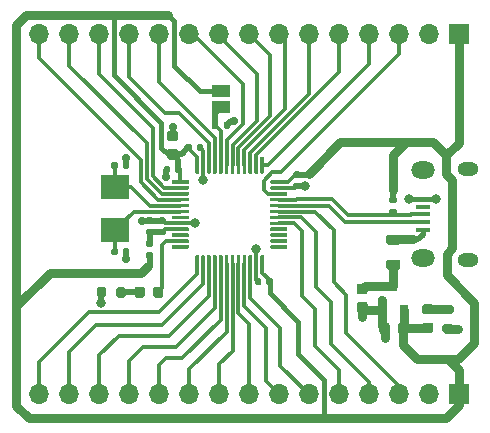
<source format=gbr>
%TF.GenerationSoftware,KiCad,Pcbnew,(5.1.7)-1*%
%TF.CreationDate,2020-11-21T17:56:59+01:00*%
%TF.ProjectId,SimpleTM32,53696d70-6c65-4544-9d33-322e6b696361,rev?*%
%TF.SameCoordinates,Original*%
%TF.FileFunction,Copper,L1,Top*%
%TF.FilePolarity,Positive*%
%FSLAX46Y46*%
G04 Gerber Fmt 4.6, Leading zero omitted, Abs format (unit mm)*
G04 Created by KiCad (PCBNEW (5.1.7)-1) date 2020-11-21 17:56:59*
%MOMM*%
%LPD*%
G01*
G04 APERTURE LIST*
%TA.AperFunction,SMDPad,CuDef*%
%ADD10R,2.400000X2.000000*%
%TD*%
%TA.AperFunction,SMDPad,CuDef*%
%ADD11R,0.800000X0.900000*%
%TD*%
%TA.AperFunction,SMDPad,CuDef*%
%ADD12R,1.500000X1.000000*%
%TD*%
%TA.AperFunction,ComponentPad*%
%ADD13O,1.700000X1.700000*%
%TD*%
%TA.AperFunction,ComponentPad*%
%ADD14R,1.700000X1.700000*%
%TD*%
%TA.AperFunction,ComponentPad*%
%ADD15O,1.800000X1.150000*%
%TD*%
%TA.AperFunction,ComponentPad*%
%ADD16O,2.000000X1.450000*%
%TD*%
%TA.AperFunction,SMDPad,CuDef*%
%ADD17R,1.300000X0.450000*%
%TD*%
%TA.AperFunction,ViaPad*%
%ADD18C,0.800000*%
%TD*%
%TA.AperFunction,ViaPad*%
%ADD19C,0.700000*%
%TD*%
%TA.AperFunction,Conductor*%
%ADD20C,0.300000*%
%TD*%
%TA.AperFunction,Conductor*%
%ADD21C,0.750000*%
%TD*%
%TA.AperFunction,Conductor*%
%ADD22C,0.500000*%
%TD*%
%TA.AperFunction,Conductor*%
%ADD23C,0.400000*%
%TD*%
G04 APERTURE END LIST*
%TO.P,U2,48*%
%TO.N,+3V3*%
%TA.AperFunction,SMDPad,CuDef*%
G36*
G01*
X69100000Y-42220000D02*
X69100000Y-40895000D01*
G75*
G02*
X69175000Y-40820000I75000J0D01*
G01*
X69325000Y-40820000D01*
G75*
G02*
X69400000Y-40895000I0J-75000D01*
G01*
X69400000Y-42220000D01*
G75*
G02*
X69325000Y-42295000I-75000J0D01*
G01*
X69175000Y-42295000D01*
G75*
G02*
X69100000Y-42220000I0J75000D01*
G01*
G37*
%TD.AperFunction*%
%TO.P,U2,47*%
%TO.N,GND*%
%TA.AperFunction,SMDPad,CuDef*%
G36*
G01*
X69600000Y-42220000D02*
X69600000Y-40895000D01*
G75*
G02*
X69675000Y-40820000I75000J0D01*
G01*
X69825000Y-40820000D01*
G75*
G02*
X69900000Y-40895000I0J-75000D01*
G01*
X69900000Y-42220000D01*
G75*
G02*
X69825000Y-42295000I-75000J0D01*
G01*
X69675000Y-42295000D01*
G75*
G02*
X69600000Y-42220000I0J75000D01*
G01*
G37*
%TD.AperFunction*%
%TO.P,U2,46*%
%TO.N,PB9*%
%TA.AperFunction,SMDPad,CuDef*%
G36*
G01*
X70100000Y-42220000D02*
X70100000Y-40895000D01*
G75*
G02*
X70175000Y-40820000I75000J0D01*
G01*
X70325000Y-40820000D01*
G75*
G02*
X70400000Y-40895000I0J-75000D01*
G01*
X70400000Y-42220000D01*
G75*
G02*
X70325000Y-42295000I-75000J0D01*
G01*
X70175000Y-42295000D01*
G75*
G02*
X70100000Y-42220000I0J75000D01*
G01*
G37*
%TD.AperFunction*%
%TO.P,U2,45*%
%TO.N,PB8*%
%TA.AperFunction,SMDPad,CuDef*%
G36*
G01*
X70600000Y-42220000D02*
X70600000Y-40895000D01*
G75*
G02*
X70675000Y-40820000I75000J0D01*
G01*
X70825000Y-40820000D01*
G75*
G02*
X70900000Y-40895000I0J-75000D01*
G01*
X70900000Y-42220000D01*
G75*
G02*
X70825000Y-42295000I-75000J0D01*
G01*
X70675000Y-42295000D01*
G75*
G02*
X70600000Y-42220000I0J75000D01*
G01*
G37*
%TD.AperFunction*%
%TO.P,U2,44*%
%TO.N,/BOOT0*%
%TA.AperFunction,SMDPad,CuDef*%
G36*
G01*
X71100000Y-42220000D02*
X71100000Y-40895000D01*
G75*
G02*
X71175000Y-40820000I75000J0D01*
G01*
X71325000Y-40820000D01*
G75*
G02*
X71400000Y-40895000I0J-75000D01*
G01*
X71400000Y-42220000D01*
G75*
G02*
X71325000Y-42295000I-75000J0D01*
G01*
X71175000Y-42295000D01*
G75*
G02*
X71100000Y-42220000I0J75000D01*
G01*
G37*
%TD.AperFunction*%
%TO.P,U2,43*%
%TO.N,PB7*%
%TA.AperFunction,SMDPad,CuDef*%
G36*
G01*
X71600000Y-42220000D02*
X71600000Y-40895000D01*
G75*
G02*
X71675000Y-40820000I75000J0D01*
G01*
X71825000Y-40820000D01*
G75*
G02*
X71900000Y-40895000I0J-75000D01*
G01*
X71900000Y-42220000D01*
G75*
G02*
X71825000Y-42295000I-75000J0D01*
G01*
X71675000Y-42295000D01*
G75*
G02*
X71600000Y-42220000I0J75000D01*
G01*
G37*
%TD.AperFunction*%
%TO.P,U2,42*%
%TO.N,PB6*%
%TA.AperFunction,SMDPad,CuDef*%
G36*
G01*
X72100000Y-42220000D02*
X72100000Y-40895000D01*
G75*
G02*
X72175000Y-40820000I75000J0D01*
G01*
X72325000Y-40820000D01*
G75*
G02*
X72400000Y-40895000I0J-75000D01*
G01*
X72400000Y-42220000D01*
G75*
G02*
X72325000Y-42295000I-75000J0D01*
G01*
X72175000Y-42295000D01*
G75*
G02*
X72100000Y-42220000I0J75000D01*
G01*
G37*
%TD.AperFunction*%
%TO.P,U2,41*%
%TO.N,PB5*%
%TA.AperFunction,SMDPad,CuDef*%
G36*
G01*
X72600000Y-42220000D02*
X72600000Y-40895000D01*
G75*
G02*
X72675000Y-40820000I75000J0D01*
G01*
X72825000Y-40820000D01*
G75*
G02*
X72900000Y-40895000I0J-75000D01*
G01*
X72900000Y-42220000D01*
G75*
G02*
X72825000Y-42295000I-75000J0D01*
G01*
X72675000Y-42295000D01*
G75*
G02*
X72600000Y-42220000I0J75000D01*
G01*
G37*
%TD.AperFunction*%
%TO.P,U2,40*%
%TO.N,PB4*%
%TA.AperFunction,SMDPad,CuDef*%
G36*
G01*
X73100000Y-42220000D02*
X73100000Y-40895000D01*
G75*
G02*
X73175000Y-40820000I75000J0D01*
G01*
X73325000Y-40820000D01*
G75*
G02*
X73400000Y-40895000I0J-75000D01*
G01*
X73400000Y-42220000D01*
G75*
G02*
X73325000Y-42295000I-75000J0D01*
G01*
X73175000Y-42295000D01*
G75*
G02*
X73100000Y-42220000I0J75000D01*
G01*
G37*
%TD.AperFunction*%
%TO.P,U2,39*%
%TO.N,SWO*%
%TA.AperFunction,SMDPad,CuDef*%
G36*
G01*
X73600000Y-42220000D02*
X73600000Y-40895000D01*
G75*
G02*
X73675000Y-40820000I75000J0D01*
G01*
X73825000Y-40820000D01*
G75*
G02*
X73900000Y-40895000I0J-75000D01*
G01*
X73900000Y-42220000D01*
G75*
G02*
X73825000Y-42295000I-75000J0D01*
G01*
X73675000Y-42295000D01*
G75*
G02*
X73600000Y-42220000I0J75000D01*
G01*
G37*
%TD.AperFunction*%
%TO.P,U2,38*%
%TO.N,PA15*%
%TA.AperFunction,SMDPad,CuDef*%
G36*
G01*
X74100000Y-42220000D02*
X74100000Y-40895000D01*
G75*
G02*
X74175000Y-40820000I75000J0D01*
G01*
X74325000Y-40820000D01*
G75*
G02*
X74400000Y-40895000I0J-75000D01*
G01*
X74400000Y-42220000D01*
G75*
G02*
X74325000Y-42295000I-75000J0D01*
G01*
X74175000Y-42295000D01*
G75*
G02*
X74100000Y-42220000I0J75000D01*
G01*
G37*
%TD.AperFunction*%
%TO.P,U2,37*%
%TO.N,SWCLK*%
%TA.AperFunction,SMDPad,CuDef*%
G36*
G01*
X74600000Y-42220000D02*
X74600000Y-40895000D01*
G75*
G02*
X74675000Y-40820000I75000J0D01*
G01*
X74825000Y-40820000D01*
G75*
G02*
X74900000Y-40895000I0J-75000D01*
G01*
X74900000Y-42220000D01*
G75*
G02*
X74825000Y-42295000I-75000J0D01*
G01*
X74675000Y-42295000D01*
G75*
G02*
X74600000Y-42220000I0J75000D01*
G01*
G37*
%TD.AperFunction*%
%TO.P,U2,36*%
%TO.N,+3V3*%
%TA.AperFunction,SMDPad,CuDef*%
G36*
G01*
X75425000Y-43045000D02*
X75425000Y-42895000D01*
G75*
G02*
X75500000Y-42820000I75000J0D01*
G01*
X76825000Y-42820000D01*
G75*
G02*
X76900000Y-42895000I0J-75000D01*
G01*
X76900000Y-43045000D01*
G75*
G02*
X76825000Y-43120000I-75000J0D01*
G01*
X75500000Y-43120000D01*
G75*
G02*
X75425000Y-43045000I0J75000D01*
G01*
G37*
%TD.AperFunction*%
%TO.P,U2,35*%
%TO.N,GND*%
%TA.AperFunction,SMDPad,CuDef*%
G36*
G01*
X75425000Y-43545000D02*
X75425000Y-43395000D01*
G75*
G02*
X75500000Y-43320000I75000J0D01*
G01*
X76825000Y-43320000D01*
G75*
G02*
X76900000Y-43395000I0J-75000D01*
G01*
X76900000Y-43545000D01*
G75*
G02*
X76825000Y-43620000I-75000J0D01*
G01*
X75500000Y-43620000D01*
G75*
G02*
X75425000Y-43545000I0J75000D01*
G01*
G37*
%TD.AperFunction*%
%TO.P,U2,34*%
%TO.N,SWDIO*%
%TA.AperFunction,SMDPad,CuDef*%
G36*
G01*
X75425000Y-44045000D02*
X75425000Y-43895000D01*
G75*
G02*
X75500000Y-43820000I75000J0D01*
G01*
X76825000Y-43820000D01*
G75*
G02*
X76900000Y-43895000I0J-75000D01*
G01*
X76900000Y-44045000D01*
G75*
G02*
X76825000Y-44120000I-75000J0D01*
G01*
X75500000Y-44120000D01*
G75*
G02*
X75425000Y-44045000I0J75000D01*
G01*
G37*
%TD.AperFunction*%
%TO.P,U2,33*%
%TO.N,USB_D+*%
%TA.AperFunction,SMDPad,CuDef*%
G36*
G01*
X75425000Y-44545000D02*
X75425000Y-44395000D01*
G75*
G02*
X75500000Y-44320000I75000J0D01*
G01*
X76825000Y-44320000D01*
G75*
G02*
X76900000Y-44395000I0J-75000D01*
G01*
X76900000Y-44545000D01*
G75*
G02*
X76825000Y-44620000I-75000J0D01*
G01*
X75500000Y-44620000D01*
G75*
G02*
X75425000Y-44545000I0J75000D01*
G01*
G37*
%TD.AperFunction*%
%TO.P,U2,32*%
%TO.N,USB_D-*%
%TA.AperFunction,SMDPad,CuDef*%
G36*
G01*
X75425000Y-45045000D02*
X75425000Y-44895000D01*
G75*
G02*
X75500000Y-44820000I75000J0D01*
G01*
X76825000Y-44820000D01*
G75*
G02*
X76900000Y-44895000I0J-75000D01*
G01*
X76900000Y-45045000D01*
G75*
G02*
X76825000Y-45120000I-75000J0D01*
G01*
X75500000Y-45120000D01*
G75*
G02*
X75425000Y-45045000I0J75000D01*
G01*
G37*
%TD.AperFunction*%
%TO.P,U2,31*%
%TO.N,PA10*%
%TA.AperFunction,SMDPad,CuDef*%
G36*
G01*
X75425000Y-45545000D02*
X75425000Y-45395000D01*
G75*
G02*
X75500000Y-45320000I75000J0D01*
G01*
X76825000Y-45320000D01*
G75*
G02*
X76900000Y-45395000I0J-75000D01*
G01*
X76900000Y-45545000D01*
G75*
G02*
X76825000Y-45620000I-75000J0D01*
G01*
X75500000Y-45620000D01*
G75*
G02*
X75425000Y-45545000I0J75000D01*
G01*
G37*
%TD.AperFunction*%
%TO.P,U2,30*%
%TO.N,PA9*%
%TA.AperFunction,SMDPad,CuDef*%
G36*
G01*
X75425000Y-46045000D02*
X75425000Y-45895000D01*
G75*
G02*
X75500000Y-45820000I75000J0D01*
G01*
X76825000Y-45820000D01*
G75*
G02*
X76900000Y-45895000I0J-75000D01*
G01*
X76900000Y-46045000D01*
G75*
G02*
X76825000Y-46120000I-75000J0D01*
G01*
X75500000Y-46120000D01*
G75*
G02*
X75425000Y-46045000I0J75000D01*
G01*
G37*
%TD.AperFunction*%
%TO.P,U2,29*%
%TO.N,PA8*%
%TA.AperFunction,SMDPad,CuDef*%
G36*
G01*
X75425000Y-46545000D02*
X75425000Y-46395000D01*
G75*
G02*
X75500000Y-46320000I75000J0D01*
G01*
X76825000Y-46320000D01*
G75*
G02*
X76900000Y-46395000I0J-75000D01*
G01*
X76900000Y-46545000D01*
G75*
G02*
X76825000Y-46620000I-75000J0D01*
G01*
X75500000Y-46620000D01*
G75*
G02*
X75425000Y-46545000I0J75000D01*
G01*
G37*
%TD.AperFunction*%
%TO.P,U2,28*%
%TO.N,N/C*%
%TA.AperFunction,SMDPad,CuDef*%
G36*
G01*
X75425000Y-47045000D02*
X75425000Y-46895000D01*
G75*
G02*
X75500000Y-46820000I75000J0D01*
G01*
X76825000Y-46820000D01*
G75*
G02*
X76900000Y-46895000I0J-75000D01*
G01*
X76900000Y-47045000D01*
G75*
G02*
X76825000Y-47120000I-75000J0D01*
G01*
X75500000Y-47120000D01*
G75*
G02*
X75425000Y-47045000I0J75000D01*
G01*
G37*
%TD.AperFunction*%
%TO.P,U2,27*%
%TA.AperFunction,SMDPad,CuDef*%
G36*
G01*
X75425000Y-47545000D02*
X75425000Y-47395000D01*
G75*
G02*
X75500000Y-47320000I75000J0D01*
G01*
X76825000Y-47320000D01*
G75*
G02*
X76900000Y-47395000I0J-75000D01*
G01*
X76900000Y-47545000D01*
G75*
G02*
X76825000Y-47620000I-75000J0D01*
G01*
X75500000Y-47620000D01*
G75*
G02*
X75425000Y-47545000I0J75000D01*
G01*
G37*
%TD.AperFunction*%
%TO.P,U2,26*%
%TA.AperFunction,SMDPad,CuDef*%
G36*
G01*
X75425000Y-48045000D02*
X75425000Y-47895000D01*
G75*
G02*
X75500000Y-47820000I75000J0D01*
G01*
X76825000Y-47820000D01*
G75*
G02*
X76900000Y-47895000I0J-75000D01*
G01*
X76900000Y-48045000D01*
G75*
G02*
X76825000Y-48120000I-75000J0D01*
G01*
X75500000Y-48120000D01*
G75*
G02*
X75425000Y-48045000I0J75000D01*
G01*
G37*
%TD.AperFunction*%
%TO.P,U2,25*%
%TA.AperFunction,SMDPad,CuDef*%
G36*
G01*
X75425000Y-48545000D02*
X75425000Y-48395000D01*
G75*
G02*
X75500000Y-48320000I75000J0D01*
G01*
X76825000Y-48320000D01*
G75*
G02*
X76900000Y-48395000I0J-75000D01*
G01*
X76900000Y-48545000D01*
G75*
G02*
X76825000Y-48620000I-75000J0D01*
G01*
X75500000Y-48620000D01*
G75*
G02*
X75425000Y-48545000I0J75000D01*
G01*
G37*
%TD.AperFunction*%
%TO.P,U2,24*%
%TO.N,+3V3*%
%TA.AperFunction,SMDPad,CuDef*%
G36*
G01*
X74600000Y-50545000D02*
X74600000Y-49220000D01*
G75*
G02*
X74675000Y-49145000I75000J0D01*
G01*
X74825000Y-49145000D01*
G75*
G02*
X74900000Y-49220000I0J-75000D01*
G01*
X74900000Y-50545000D01*
G75*
G02*
X74825000Y-50620000I-75000J0D01*
G01*
X74675000Y-50620000D01*
G75*
G02*
X74600000Y-50545000I0J75000D01*
G01*
G37*
%TD.AperFunction*%
%TO.P,U2,23*%
%TO.N,GND*%
%TA.AperFunction,SMDPad,CuDef*%
G36*
G01*
X74100000Y-50545000D02*
X74100000Y-49220000D01*
G75*
G02*
X74175000Y-49145000I75000J0D01*
G01*
X74325000Y-49145000D01*
G75*
G02*
X74400000Y-49220000I0J-75000D01*
G01*
X74400000Y-50545000D01*
G75*
G02*
X74325000Y-50620000I-75000J0D01*
G01*
X74175000Y-50620000D01*
G75*
G02*
X74100000Y-50545000I0J75000D01*
G01*
G37*
%TD.AperFunction*%
%TO.P,U2,22*%
%TO.N,PB11*%
%TA.AperFunction,SMDPad,CuDef*%
G36*
G01*
X73600000Y-50545000D02*
X73600000Y-49220000D01*
G75*
G02*
X73675000Y-49145000I75000J0D01*
G01*
X73825000Y-49145000D01*
G75*
G02*
X73900000Y-49220000I0J-75000D01*
G01*
X73900000Y-50545000D01*
G75*
G02*
X73825000Y-50620000I-75000J0D01*
G01*
X73675000Y-50620000D01*
G75*
G02*
X73600000Y-50545000I0J75000D01*
G01*
G37*
%TD.AperFunction*%
%TO.P,U2,21*%
%TO.N,PB10*%
%TA.AperFunction,SMDPad,CuDef*%
G36*
G01*
X73100000Y-50545000D02*
X73100000Y-49220000D01*
G75*
G02*
X73175000Y-49145000I75000J0D01*
G01*
X73325000Y-49145000D01*
G75*
G02*
X73400000Y-49220000I0J-75000D01*
G01*
X73400000Y-50545000D01*
G75*
G02*
X73325000Y-50620000I-75000J0D01*
G01*
X73175000Y-50620000D01*
G75*
G02*
X73100000Y-50545000I0J75000D01*
G01*
G37*
%TD.AperFunction*%
%TO.P,U2,20*%
%TO.N,PB2*%
%TA.AperFunction,SMDPad,CuDef*%
G36*
G01*
X72600000Y-50545000D02*
X72600000Y-49220000D01*
G75*
G02*
X72675000Y-49145000I75000J0D01*
G01*
X72825000Y-49145000D01*
G75*
G02*
X72900000Y-49220000I0J-75000D01*
G01*
X72900000Y-50545000D01*
G75*
G02*
X72825000Y-50620000I-75000J0D01*
G01*
X72675000Y-50620000D01*
G75*
G02*
X72600000Y-50545000I0J75000D01*
G01*
G37*
%TD.AperFunction*%
%TO.P,U2,19*%
%TO.N,PB1*%
%TA.AperFunction,SMDPad,CuDef*%
G36*
G01*
X72100000Y-50545000D02*
X72100000Y-49220000D01*
G75*
G02*
X72175000Y-49145000I75000J0D01*
G01*
X72325000Y-49145000D01*
G75*
G02*
X72400000Y-49220000I0J-75000D01*
G01*
X72400000Y-50545000D01*
G75*
G02*
X72325000Y-50620000I-75000J0D01*
G01*
X72175000Y-50620000D01*
G75*
G02*
X72100000Y-50545000I0J75000D01*
G01*
G37*
%TD.AperFunction*%
%TO.P,U2,18*%
%TO.N,PB0*%
%TA.AperFunction,SMDPad,CuDef*%
G36*
G01*
X71600000Y-50545000D02*
X71600000Y-49220000D01*
G75*
G02*
X71675000Y-49145000I75000J0D01*
G01*
X71825000Y-49145000D01*
G75*
G02*
X71900000Y-49220000I0J-75000D01*
G01*
X71900000Y-50545000D01*
G75*
G02*
X71825000Y-50620000I-75000J0D01*
G01*
X71675000Y-50620000D01*
G75*
G02*
X71600000Y-50545000I0J75000D01*
G01*
G37*
%TD.AperFunction*%
%TO.P,U2,17*%
%TO.N,PA7*%
%TA.AperFunction,SMDPad,CuDef*%
G36*
G01*
X71100000Y-50545000D02*
X71100000Y-49220000D01*
G75*
G02*
X71175000Y-49145000I75000J0D01*
G01*
X71325000Y-49145000D01*
G75*
G02*
X71400000Y-49220000I0J-75000D01*
G01*
X71400000Y-50545000D01*
G75*
G02*
X71325000Y-50620000I-75000J0D01*
G01*
X71175000Y-50620000D01*
G75*
G02*
X71100000Y-50545000I0J75000D01*
G01*
G37*
%TD.AperFunction*%
%TO.P,U2,16*%
%TO.N,PA6*%
%TA.AperFunction,SMDPad,CuDef*%
G36*
G01*
X70600000Y-50545000D02*
X70600000Y-49220000D01*
G75*
G02*
X70675000Y-49145000I75000J0D01*
G01*
X70825000Y-49145000D01*
G75*
G02*
X70900000Y-49220000I0J-75000D01*
G01*
X70900000Y-50545000D01*
G75*
G02*
X70825000Y-50620000I-75000J0D01*
G01*
X70675000Y-50620000D01*
G75*
G02*
X70600000Y-50545000I0J75000D01*
G01*
G37*
%TD.AperFunction*%
%TO.P,U2,15*%
%TO.N,PA5*%
%TA.AperFunction,SMDPad,CuDef*%
G36*
G01*
X70100000Y-50545000D02*
X70100000Y-49220000D01*
G75*
G02*
X70175000Y-49145000I75000J0D01*
G01*
X70325000Y-49145000D01*
G75*
G02*
X70400000Y-49220000I0J-75000D01*
G01*
X70400000Y-50545000D01*
G75*
G02*
X70325000Y-50620000I-75000J0D01*
G01*
X70175000Y-50620000D01*
G75*
G02*
X70100000Y-50545000I0J75000D01*
G01*
G37*
%TD.AperFunction*%
%TO.P,U2,14*%
%TO.N,PA4*%
%TA.AperFunction,SMDPad,CuDef*%
G36*
G01*
X69600000Y-50545000D02*
X69600000Y-49220000D01*
G75*
G02*
X69675000Y-49145000I75000J0D01*
G01*
X69825000Y-49145000D01*
G75*
G02*
X69900000Y-49220000I0J-75000D01*
G01*
X69900000Y-50545000D01*
G75*
G02*
X69825000Y-50620000I-75000J0D01*
G01*
X69675000Y-50620000D01*
G75*
G02*
X69600000Y-50545000I0J75000D01*
G01*
G37*
%TD.AperFunction*%
%TO.P,U2,13*%
%TO.N,PA3*%
%TA.AperFunction,SMDPad,CuDef*%
G36*
G01*
X69100000Y-50545000D02*
X69100000Y-49220000D01*
G75*
G02*
X69175000Y-49145000I75000J0D01*
G01*
X69325000Y-49145000D01*
G75*
G02*
X69400000Y-49220000I0J-75000D01*
G01*
X69400000Y-50545000D01*
G75*
G02*
X69325000Y-50620000I-75000J0D01*
G01*
X69175000Y-50620000D01*
G75*
G02*
X69100000Y-50545000I0J75000D01*
G01*
G37*
%TD.AperFunction*%
%TO.P,U2,12*%
%TO.N,N/C*%
%TA.AperFunction,SMDPad,CuDef*%
G36*
G01*
X67100000Y-48545000D02*
X67100000Y-48395000D01*
G75*
G02*
X67175000Y-48320000I75000J0D01*
G01*
X68500000Y-48320000D01*
G75*
G02*
X68575000Y-48395000I0J-75000D01*
G01*
X68575000Y-48545000D01*
G75*
G02*
X68500000Y-48620000I-75000J0D01*
G01*
X67175000Y-48620000D01*
G75*
G02*
X67100000Y-48545000I0J75000D01*
G01*
G37*
%TD.AperFunction*%
%TO.P,U2,11*%
%TO.N,/LED_STAT*%
%TA.AperFunction,SMDPad,CuDef*%
G36*
G01*
X67100000Y-48045000D02*
X67100000Y-47895000D01*
G75*
G02*
X67175000Y-47820000I75000J0D01*
G01*
X68500000Y-47820000D01*
G75*
G02*
X68575000Y-47895000I0J-75000D01*
G01*
X68575000Y-48045000D01*
G75*
G02*
X68500000Y-48120000I-75000J0D01*
G01*
X67175000Y-48120000D01*
G75*
G02*
X67100000Y-48045000I0J75000D01*
G01*
G37*
%TD.AperFunction*%
%TO.P,U2,10*%
%TO.N,N/C*%
%TA.AperFunction,SMDPad,CuDef*%
G36*
G01*
X67100000Y-47545000D02*
X67100000Y-47395000D01*
G75*
G02*
X67175000Y-47320000I75000J0D01*
G01*
X68500000Y-47320000D01*
G75*
G02*
X68575000Y-47395000I0J-75000D01*
G01*
X68575000Y-47545000D01*
G75*
G02*
X68500000Y-47620000I-75000J0D01*
G01*
X67175000Y-47620000D01*
G75*
G02*
X67100000Y-47545000I0J75000D01*
G01*
G37*
%TD.AperFunction*%
%TO.P,U2,9*%
%TO.N,+3.3VA*%
%TA.AperFunction,SMDPad,CuDef*%
G36*
G01*
X67100000Y-47045000D02*
X67100000Y-46895000D01*
G75*
G02*
X67175000Y-46820000I75000J0D01*
G01*
X68500000Y-46820000D01*
G75*
G02*
X68575000Y-46895000I0J-75000D01*
G01*
X68575000Y-47045000D01*
G75*
G02*
X68500000Y-47120000I-75000J0D01*
G01*
X67175000Y-47120000D01*
G75*
G02*
X67100000Y-47045000I0J75000D01*
G01*
G37*
%TD.AperFunction*%
%TO.P,U2,8*%
%TO.N,GND*%
%TA.AperFunction,SMDPad,CuDef*%
G36*
G01*
X67100000Y-46545000D02*
X67100000Y-46395000D01*
G75*
G02*
X67175000Y-46320000I75000J0D01*
G01*
X68500000Y-46320000D01*
G75*
G02*
X68575000Y-46395000I0J-75000D01*
G01*
X68575000Y-46545000D01*
G75*
G02*
X68500000Y-46620000I-75000J0D01*
G01*
X67175000Y-46620000D01*
G75*
G02*
X67100000Y-46545000I0J75000D01*
G01*
G37*
%TD.AperFunction*%
%TO.P,U2,7*%
%TO.N,N/C*%
%TA.AperFunction,SMDPad,CuDef*%
G36*
G01*
X67100000Y-46045000D02*
X67100000Y-45895000D01*
G75*
G02*
X67175000Y-45820000I75000J0D01*
G01*
X68500000Y-45820000D01*
G75*
G02*
X68575000Y-45895000I0J-75000D01*
G01*
X68575000Y-46045000D01*
G75*
G02*
X68500000Y-46120000I-75000J0D01*
G01*
X67175000Y-46120000D01*
G75*
G02*
X67100000Y-46045000I0J75000D01*
G01*
G37*
%TD.AperFunction*%
%TO.P,U2,6*%
%TO.N,/HSE_IN*%
%TA.AperFunction,SMDPad,CuDef*%
G36*
G01*
X67100000Y-45545000D02*
X67100000Y-45395000D01*
G75*
G02*
X67175000Y-45320000I75000J0D01*
G01*
X68500000Y-45320000D01*
G75*
G02*
X68575000Y-45395000I0J-75000D01*
G01*
X68575000Y-45545000D01*
G75*
G02*
X68500000Y-45620000I-75000J0D01*
G01*
X67175000Y-45620000D01*
G75*
G02*
X67100000Y-45545000I0J75000D01*
G01*
G37*
%TD.AperFunction*%
%TO.P,U2,5*%
%TO.N,/HSE_OUT*%
%TA.AperFunction,SMDPad,CuDef*%
G36*
G01*
X67100000Y-45045000D02*
X67100000Y-44895000D01*
G75*
G02*
X67175000Y-44820000I75000J0D01*
G01*
X68500000Y-44820000D01*
G75*
G02*
X68575000Y-44895000I0J-75000D01*
G01*
X68575000Y-45045000D01*
G75*
G02*
X68500000Y-45120000I-75000J0D01*
G01*
X67175000Y-45120000D01*
G75*
G02*
X67100000Y-45045000I0J75000D01*
G01*
G37*
%TD.AperFunction*%
%TO.P,U2,4*%
%TO.N,PC15*%
%TA.AperFunction,SMDPad,CuDef*%
G36*
G01*
X67100000Y-44545000D02*
X67100000Y-44395000D01*
G75*
G02*
X67175000Y-44320000I75000J0D01*
G01*
X68500000Y-44320000D01*
G75*
G02*
X68575000Y-44395000I0J-75000D01*
G01*
X68575000Y-44545000D01*
G75*
G02*
X68500000Y-44620000I-75000J0D01*
G01*
X67175000Y-44620000D01*
G75*
G02*
X67100000Y-44545000I0J75000D01*
G01*
G37*
%TD.AperFunction*%
%TO.P,U2,3*%
%TO.N,PC14*%
%TA.AperFunction,SMDPad,CuDef*%
G36*
G01*
X67100000Y-44045000D02*
X67100000Y-43895000D01*
G75*
G02*
X67175000Y-43820000I75000J0D01*
G01*
X68500000Y-43820000D01*
G75*
G02*
X68575000Y-43895000I0J-75000D01*
G01*
X68575000Y-44045000D01*
G75*
G02*
X68500000Y-44120000I-75000J0D01*
G01*
X67175000Y-44120000D01*
G75*
G02*
X67100000Y-44045000I0J75000D01*
G01*
G37*
%TD.AperFunction*%
%TO.P,U2,2*%
%TO.N,PC13*%
%TA.AperFunction,SMDPad,CuDef*%
G36*
G01*
X67100000Y-43545000D02*
X67100000Y-43395000D01*
G75*
G02*
X67175000Y-43320000I75000J0D01*
G01*
X68500000Y-43320000D01*
G75*
G02*
X68575000Y-43395000I0J-75000D01*
G01*
X68575000Y-43545000D01*
G75*
G02*
X68500000Y-43620000I-75000J0D01*
G01*
X67175000Y-43620000D01*
G75*
G02*
X67100000Y-43545000I0J75000D01*
G01*
G37*
%TD.AperFunction*%
%TO.P,U2,1*%
%TO.N,+3V3*%
%TA.AperFunction,SMDPad,CuDef*%
G36*
G01*
X67100000Y-43045000D02*
X67100000Y-42895000D01*
G75*
G02*
X67175000Y-42820000I75000J0D01*
G01*
X68500000Y-42820000D01*
G75*
G02*
X68575000Y-42895000I0J-75000D01*
G01*
X68575000Y-43045000D01*
G75*
G02*
X68500000Y-43120000I-75000J0D01*
G01*
X67175000Y-43120000D01*
G75*
G02*
X67100000Y-43045000I0J75000D01*
G01*
G37*
%TD.AperFunction*%
%TD*%
%TO.P,R4,2*%
%TO.N,USB_D+*%
%TA.AperFunction,SMDPad,CuDef*%
G36*
G01*
X85655000Y-45240000D02*
X86025000Y-45240000D01*
G75*
G02*
X86160000Y-45375000I0J-135000D01*
G01*
X86160000Y-45645000D01*
G75*
G02*
X86025000Y-45780000I-135000J0D01*
G01*
X85655000Y-45780000D01*
G75*
G02*
X85520000Y-45645000I0J135000D01*
G01*
X85520000Y-45375000D01*
G75*
G02*
X85655000Y-45240000I135000J0D01*
G01*
G37*
%TD.AperFunction*%
%TO.P,R4,1*%
%TO.N,+3V3*%
%TA.AperFunction,SMDPad,CuDef*%
G36*
G01*
X85655000Y-44220000D02*
X86025000Y-44220000D01*
G75*
G02*
X86160000Y-44355000I0J-135000D01*
G01*
X86160000Y-44625000D01*
G75*
G02*
X86025000Y-44760000I-135000J0D01*
G01*
X85655000Y-44760000D01*
G75*
G02*
X85520000Y-44625000I0J135000D01*
G01*
X85520000Y-44355000D01*
G75*
G02*
X85655000Y-44220000I135000J0D01*
G01*
G37*
%TD.AperFunction*%
%TD*%
D10*
%TO.P,Y1,2*%
%TO.N,/HSE_IN*%
X62275000Y-47075000D03*
%TO.P,Y1,1*%
%TO.N,/HSE_OUT*%
X62275000Y-43375000D03*
%TD*%
D11*
%TO.P,U1,3*%
%TO.N,VCC*%
X85850000Y-51800000D03*
%TO.P,U1,2*%
%TO.N,+3V3*%
X86800000Y-53800000D03*
%TO.P,U1,1*%
%TO.N,GND*%
X84900000Y-53800000D03*
%TD*%
%TO.P,R3,2*%
%TO.N,GND*%
%TA.AperFunction,SMDPad,CuDef*%
G36*
G01*
X61550000Y-52025000D02*
X61550000Y-52575000D01*
G75*
G02*
X61350000Y-52775000I-200000J0D01*
G01*
X60950000Y-52775000D01*
G75*
G02*
X60750000Y-52575000I0J200000D01*
G01*
X60750000Y-52025000D01*
G75*
G02*
X60950000Y-51825000I200000J0D01*
G01*
X61350000Y-51825000D01*
G75*
G02*
X61550000Y-52025000I0J-200000D01*
G01*
G37*
%TD.AperFunction*%
%TO.P,R3,1*%
%TO.N,Net-(D2-Pad1)*%
%TA.AperFunction,SMDPad,CuDef*%
G36*
G01*
X63200000Y-52025000D02*
X63200000Y-52575000D01*
G75*
G02*
X63000000Y-52775000I-200000J0D01*
G01*
X62600000Y-52775000D01*
G75*
G02*
X62400000Y-52575000I0J200000D01*
G01*
X62400000Y-52025000D01*
G75*
G02*
X62600000Y-51825000I200000J0D01*
G01*
X63000000Y-51825000D01*
G75*
G02*
X63200000Y-52025000I0J-200000D01*
G01*
G37*
%TD.AperFunction*%
%TD*%
%TO.P,R2,2*%
%TO.N,GND*%
%TA.AperFunction,SMDPad,CuDef*%
G36*
G01*
X71490000Y-38360000D02*
X71490000Y-37990000D01*
G75*
G02*
X71625000Y-37855000I135000J0D01*
G01*
X71895000Y-37855000D01*
G75*
G02*
X72030000Y-37990000I0J-135000D01*
G01*
X72030000Y-38360000D01*
G75*
G02*
X71895000Y-38495000I-135000J0D01*
G01*
X71625000Y-38495000D01*
G75*
G02*
X71490000Y-38360000I0J135000D01*
G01*
G37*
%TD.AperFunction*%
%TO.P,R2,1*%
%TO.N,/BOOT0*%
%TA.AperFunction,SMDPad,CuDef*%
G36*
G01*
X70470000Y-38360000D02*
X70470000Y-37990000D01*
G75*
G02*
X70605000Y-37855000I135000J0D01*
G01*
X70875000Y-37855000D01*
G75*
G02*
X71010000Y-37990000I0J-135000D01*
G01*
X71010000Y-38360000D01*
G75*
G02*
X70875000Y-38495000I-135000J0D01*
G01*
X70605000Y-38495000D01*
G75*
G02*
X70470000Y-38360000I0J135000D01*
G01*
G37*
%TD.AperFunction*%
%TD*%
%TO.P,R1,2*%
%TO.N,GND*%
%TA.AperFunction,SMDPad,CuDef*%
G36*
G01*
X90225000Y-55000000D02*
X90775000Y-55000000D01*
G75*
G02*
X90975000Y-55200000I0J-200000D01*
G01*
X90975000Y-55600000D01*
G75*
G02*
X90775000Y-55800000I-200000J0D01*
G01*
X90225000Y-55800000D01*
G75*
G02*
X90025000Y-55600000I0J200000D01*
G01*
X90025000Y-55200000D01*
G75*
G02*
X90225000Y-55000000I200000J0D01*
G01*
G37*
%TD.AperFunction*%
%TO.P,R1,1*%
%TO.N,Net-(D1-Pad1)*%
%TA.AperFunction,SMDPad,CuDef*%
G36*
G01*
X90225000Y-53350000D02*
X90775000Y-53350000D01*
G75*
G02*
X90975000Y-53550000I0J-200000D01*
G01*
X90975000Y-53950000D01*
G75*
G02*
X90775000Y-54150000I-200000J0D01*
G01*
X90225000Y-54150000D01*
G75*
G02*
X90025000Y-53950000I0J200000D01*
G01*
X90025000Y-53550000D01*
G75*
G02*
X90225000Y-53350000I200000J0D01*
G01*
G37*
%TD.AperFunction*%
%TD*%
%TO.P,L1,2*%
%TO.N,+3.3VA*%
%TA.AperFunction,SMDPad,CuDef*%
G36*
G01*
X65397500Y-48495000D02*
X65052500Y-48495000D01*
G75*
G02*
X64905000Y-48347500I0J147500D01*
G01*
X64905000Y-48052500D01*
G75*
G02*
X65052500Y-47905000I147500J0D01*
G01*
X65397500Y-47905000D01*
G75*
G02*
X65545000Y-48052500I0J-147500D01*
G01*
X65545000Y-48347500D01*
G75*
G02*
X65397500Y-48495000I-147500J0D01*
G01*
G37*
%TD.AperFunction*%
%TO.P,L1,1*%
%TO.N,+3V3*%
%TA.AperFunction,SMDPad,CuDef*%
G36*
G01*
X65397500Y-49465000D02*
X65052500Y-49465000D01*
G75*
G02*
X64905000Y-49317500I0J147500D01*
G01*
X64905000Y-49022500D01*
G75*
G02*
X65052500Y-48875000I147500J0D01*
G01*
X65397500Y-48875000D01*
G75*
G02*
X65545000Y-49022500I0J-147500D01*
G01*
X65545000Y-49317500D01*
G75*
G02*
X65397500Y-49465000I-147500J0D01*
G01*
G37*
%TD.AperFunction*%
%TD*%
D12*
%TO.P,JP1,1*%
%TO.N,+3V3*%
X71250000Y-35300000D03*
%TO.P,JP1,2*%
%TO.N,/BOOT0*%
X71250000Y-36600000D03*
%TD*%
D13*
%TO.P,J3,15*%
%TO.N,PA3*%
X55880000Y-60960000D03*
%TO.P,J3,14*%
%TO.N,PA4*%
X58420000Y-60960000D03*
%TO.P,J3,13*%
%TO.N,PA5*%
X60960000Y-60960000D03*
%TO.P,J3,12*%
%TO.N,PA6*%
X63500000Y-60960000D03*
%TO.P,J3,11*%
%TO.N,PA7*%
X66040000Y-60960000D03*
%TO.P,J3,10*%
%TO.N,PB0*%
X68580000Y-60960000D03*
%TO.P,J3,9*%
%TO.N,PB1*%
X71120000Y-60960000D03*
%TO.P,J3,8*%
%TO.N,PB2*%
X73660000Y-60960000D03*
%TO.P,J3,7*%
%TO.N,PB10*%
X76200000Y-60960000D03*
%TO.P,J3,6*%
%TO.N,PB11*%
X78740000Y-60960000D03*
%TO.P,J3,5*%
%TO.N,PA8*%
X81280000Y-60960000D03*
%TO.P,J3,4*%
%TO.N,PA9*%
X83820000Y-60960000D03*
%TO.P,J3,3*%
%TO.N,PA10*%
X86360000Y-60960000D03*
%TO.P,J3,2*%
%TO.N,GND*%
X88900000Y-60960000D03*
D14*
%TO.P,J3,1*%
%TO.N,+3V3*%
X91440000Y-60960000D03*
%TD*%
D13*
%TO.P,J2,15*%
%TO.N,PC15*%
X55880000Y-30480000D03*
%TO.P,J2,14*%
%TO.N,PC14*%
X58420000Y-30480000D03*
%TO.P,J2,13*%
%TO.N,PC13*%
X60960000Y-30480000D03*
%TO.P,J2,12*%
%TO.N,PB9*%
X63500000Y-30480000D03*
%TO.P,J2,11*%
%TO.N,PB8*%
X66040000Y-30480000D03*
%TO.P,J2,10*%
%TO.N,PB7*%
X68580000Y-30480000D03*
%TO.P,J2,9*%
%TO.N,PB6*%
X71120000Y-30480000D03*
%TO.P,J2,8*%
%TO.N,PB5*%
X73660000Y-30480000D03*
%TO.P,J2,7*%
%TO.N,PB4*%
X76200000Y-30480000D03*
%TO.P,J2,6*%
%TO.N,SWO*%
X78740000Y-30480000D03*
%TO.P,J2,5*%
%TO.N,PA15*%
X81280000Y-30480000D03*
%TO.P,J2,4*%
%TO.N,SWCLK*%
X83820000Y-30480000D03*
%TO.P,J2,3*%
%TO.N,SWDIO*%
X86360000Y-30480000D03*
%TO.P,J2,2*%
%TO.N,GND*%
X88900000Y-30480000D03*
D14*
%TO.P,J2,1*%
%TO.N,+3V3*%
X91440000Y-30480000D03*
%TD*%
D15*
%TO.P,J1,6*%
%TO.N,N/C*%
X92200000Y-41845000D03*
X92200000Y-49595000D03*
D16*
X88400000Y-41995000D03*
X88400000Y-49445000D03*
D17*
%TO.P,J1,5*%
%TO.N,GND*%
X88350000Y-44420000D03*
%TO.P,J1,4*%
%TO.N,N/C*%
X88350000Y-45070000D03*
%TO.P,J1,3*%
%TO.N,USB_D+*%
X88350000Y-45720000D03*
%TO.P,J1,2*%
%TO.N,USB_D-*%
X88350000Y-46370000D03*
%TO.P,J1,1*%
%TO.N,+5V*%
X88350000Y-47020000D03*
%TD*%
%TO.P,FB1,2*%
%TO.N,+5V*%
%TA.AperFunction,SMDPad,CuDef*%
G36*
G01*
X86231250Y-48292500D02*
X85468750Y-48292500D01*
G75*
G02*
X85250000Y-48073750I0J218750D01*
G01*
X85250000Y-47636250D01*
G75*
G02*
X85468750Y-47417500I218750J0D01*
G01*
X86231250Y-47417500D01*
G75*
G02*
X86450000Y-47636250I0J-218750D01*
G01*
X86450000Y-48073750D01*
G75*
G02*
X86231250Y-48292500I-218750J0D01*
G01*
G37*
%TD.AperFunction*%
%TO.P,FB1,1*%
%TO.N,VCC*%
%TA.AperFunction,SMDPad,CuDef*%
G36*
G01*
X86231250Y-50417500D02*
X85468750Y-50417500D01*
G75*
G02*
X85250000Y-50198750I0J218750D01*
G01*
X85250000Y-49761250D01*
G75*
G02*
X85468750Y-49542500I218750J0D01*
G01*
X86231250Y-49542500D01*
G75*
G02*
X86450000Y-49761250I0J-218750D01*
G01*
X86450000Y-50198750D01*
G75*
G02*
X86231250Y-50417500I-218750J0D01*
G01*
G37*
%TD.AperFunction*%
%TD*%
%TO.P,D2,2*%
%TO.N,/LED_STAT*%
%TA.AperFunction,SMDPad,CuDef*%
G36*
G01*
X65525000Y-52556250D02*
X65525000Y-52043750D01*
G75*
G02*
X65743750Y-51825000I218750J0D01*
G01*
X66181250Y-51825000D01*
G75*
G02*
X66400000Y-52043750I0J-218750D01*
G01*
X66400000Y-52556250D01*
G75*
G02*
X66181250Y-52775000I-218750J0D01*
G01*
X65743750Y-52775000D01*
G75*
G02*
X65525000Y-52556250I0J218750D01*
G01*
G37*
%TD.AperFunction*%
%TO.P,D2,1*%
%TO.N,Net-(D2-Pad1)*%
%TA.AperFunction,SMDPad,CuDef*%
G36*
G01*
X63950000Y-52556250D02*
X63950000Y-52043750D01*
G75*
G02*
X64168750Y-51825000I218750J0D01*
G01*
X64606250Y-51825000D01*
G75*
G02*
X64825000Y-52043750I0J-218750D01*
G01*
X64825000Y-52556250D01*
G75*
G02*
X64606250Y-52775000I-218750J0D01*
G01*
X64168750Y-52775000D01*
G75*
G02*
X63950000Y-52556250I0J218750D01*
G01*
G37*
%TD.AperFunction*%
%TD*%
%TO.P,D1,2*%
%TO.N,+3V3*%
%TA.AperFunction,SMDPad,CuDef*%
G36*
G01*
X88518750Y-54887500D02*
X89031250Y-54887500D01*
G75*
G02*
X89250000Y-55106250I0J-218750D01*
G01*
X89250000Y-55543750D01*
G75*
G02*
X89031250Y-55762500I-218750J0D01*
G01*
X88518750Y-55762500D01*
G75*
G02*
X88300000Y-55543750I0J218750D01*
G01*
X88300000Y-55106250D01*
G75*
G02*
X88518750Y-54887500I218750J0D01*
G01*
G37*
%TD.AperFunction*%
%TO.P,D1,1*%
%TO.N,Net-(D1-Pad1)*%
%TA.AperFunction,SMDPad,CuDef*%
G36*
G01*
X88518750Y-53312500D02*
X89031250Y-53312500D01*
G75*
G02*
X89250000Y-53531250I0J-218750D01*
G01*
X89250000Y-53968750D01*
G75*
G02*
X89031250Y-54187500I-218750J0D01*
G01*
X88518750Y-54187500D01*
G75*
G02*
X88300000Y-53968750I0J218750D01*
G01*
X88300000Y-53531250D01*
G75*
G02*
X88518750Y-53312500I218750J0D01*
G01*
G37*
%TD.AperFunction*%
%TD*%
%TO.P,C11,2*%
%TO.N,GND*%
%TA.AperFunction,SMDPad,CuDef*%
G36*
G01*
X62955000Y-49045000D02*
X62955000Y-48705000D01*
G75*
G02*
X63095000Y-48565000I140000J0D01*
G01*
X63375000Y-48565000D01*
G75*
G02*
X63515000Y-48705000I0J-140000D01*
G01*
X63515000Y-49045000D01*
G75*
G02*
X63375000Y-49185000I-140000J0D01*
G01*
X63095000Y-49185000D01*
G75*
G02*
X62955000Y-49045000I0J140000D01*
G01*
G37*
%TD.AperFunction*%
%TO.P,C11,1*%
%TO.N,/HSE_IN*%
%TA.AperFunction,SMDPad,CuDef*%
G36*
G01*
X61995000Y-49045000D02*
X61995000Y-48705000D01*
G75*
G02*
X62135000Y-48565000I140000J0D01*
G01*
X62415000Y-48565000D01*
G75*
G02*
X62555000Y-48705000I0J-140000D01*
G01*
X62555000Y-49045000D01*
G75*
G02*
X62415000Y-49185000I-140000J0D01*
G01*
X62135000Y-49185000D01*
G75*
G02*
X61995000Y-49045000I0J140000D01*
G01*
G37*
%TD.AperFunction*%
%TD*%
%TO.P,C10,2*%
%TO.N,GND*%
%TA.AperFunction,SMDPad,CuDef*%
G36*
G01*
X62960000Y-41745000D02*
X62960000Y-41405000D01*
G75*
G02*
X63100000Y-41265000I140000J0D01*
G01*
X63380000Y-41265000D01*
G75*
G02*
X63520000Y-41405000I0J-140000D01*
G01*
X63520000Y-41745000D01*
G75*
G02*
X63380000Y-41885000I-140000J0D01*
G01*
X63100000Y-41885000D01*
G75*
G02*
X62960000Y-41745000I0J140000D01*
G01*
G37*
%TD.AperFunction*%
%TO.P,C10,1*%
%TO.N,/HSE_OUT*%
%TA.AperFunction,SMDPad,CuDef*%
G36*
G01*
X62000000Y-41745000D02*
X62000000Y-41405000D01*
G75*
G02*
X62140000Y-41265000I140000J0D01*
G01*
X62420000Y-41265000D01*
G75*
G02*
X62560000Y-41405000I0J-140000D01*
G01*
X62560000Y-41745000D01*
G75*
G02*
X62420000Y-41885000I-140000J0D01*
G01*
X62140000Y-41885000D01*
G75*
G02*
X62000000Y-41745000I0J140000D01*
G01*
G37*
%TD.AperFunction*%
%TD*%
%TO.P,C9,2*%
%TO.N,GND*%
%TA.AperFunction,SMDPad,CuDef*%
G36*
G01*
X66445000Y-46525000D02*
X66105000Y-46525000D01*
G75*
G02*
X65965000Y-46385000I0J140000D01*
G01*
X65965000Y-46105000D01*
G75*
G02*
X66105000Y-45965000I140000J0D01*
G01*
X66445000Y-45965000D01*
G75*
G02*
X66585000Y-46105000I0J-140000D01*
G01*
X66585000Y-46385000D01*
G75*
G02*
X66445000Y-46525000I-140000J0D01*
G01*
G37*
%TD.AperFunction*%
%TO.P,C9,1*%
%TO.N,+3.3VA*%
%TA.AperFunction,SMDPad,CuDef*%
G36*
G01*
X66445000Y-47485000D02*
X66105000Y-47485000D01*
G75*
G02*
X65965000Y-47345000I0J140000D01*
G01*
X65965000Y-47065000D01*
G75*
G02*
X66105000Y-46925000I140000J0D01*
G01*
X66445000Y-46925000D01*
G75*
G02*
X66585000Y-47065000I0J-140000D01*
G01*
X66585000Y-47345000D01*
G75*
G02*
X66445000Y-47485000I-140000J0D01*
G01*
G37*
%TD.AperFunction*%
%TD*%
%TO.P,C8,2*%
%TO.N,GND*%
%TA.AperFunction,SMDPad,CuDef*%
G36*
G01*
X65395000Y-46520000D02*
X65055000Y-46520000D01*
G75*
G02*
X64915000Y-46380000I0J140000D01*
G01*
X64915000Y-46100000D01*
G75*
G02*
X65055000Y-45960000I140000J0D01*
G01*
X65395000Y-45960000D01*
G75*
G02*
X65535000Y-46100000I0J-140000D01*
G01*
X65535000Y-46380000D01*
G75*
G02*
X65395000Y-46520000I-140000J0D01*
G01*
G37*
%TD.AperFunction*%
%TO.P,C8,1*%
%TO.N,+3.3VA*%
%TA.AperFunction,SMDPad,CuDef*%
G36*
G01*
X65395000Y-47480000D02*
X65055000Y-47480000D01*
G75*
G02*
X64915000Y-47340000I0J140000D01*
G01*
X64915000Y-47060000D01*
G75*
G02*
X65055000Y-46920000I140000J0D01*
G01*
X65395000Y-46920000D01*
G75*
G02*
X65535000Y-47060000I0J-140000D01*
G01*
X65535000Y-47340000D01*
G75*
G02*
X65395000Y-47480000I-140000J0D01*
G01*
G37*
%TD.AperFunction*%
%TD*%
%TO.P,C7,2*%
%TO.N,GND*%
%TA.AperFunction,SMDPad,CuDef*%
G36*
G01*
X69200000Y-40220000D02*
X69200000Y-39880000D01*
G75*
G02*
X69340000Y-39740000I140000J0D01*
G01*
X69620000Y-39740000D01*
G75*
G02*
X69760000Y-39880000I0J-140000D01*
G01*
X69760000Y-40220000D01*
G75*
G02*
X69620000Y-40360000I-140000J0D01*
G01*
X69340000Y-40360000D01*
G75*
G02*
X69200000Y-40220000I0J140000D01*
G01*
G37*
%TD.AperFunction*%
%TO.P,C7,1*%
%TO.N,+3V3*%
%TA.AperFunction,SMDPad,CuDef*%
G36*
G01*
X68240000Y-40220000D02*
X68240000Y-39880000D01*
G75*
G02*
X68380000Y-39740000I140000J0D01*
G01*
X68660000Y-39740000D01*
G75*
G02*
X68800000Y-39880000I0J-140000D01*
G01*
X68800000Y-40220000D01*
G75*
G02*
X68660000Y-40360000I-140000J0D01*
G01*
X68380000Y-40360000D01*
G75*
G02*
X68240000Y-40220000I0J140000D01*
G01*
G37*
%TD.AperFunction*%
%TD*%
%TO.P,C6,2*%
%TO.N,GND*%
%TA.AperFunction,SMDPad,CuDef*%
G36*
G01*
X77530000Y-43020000D02*
X77870000Y-43020000D01*
G75*
G02*
X78010000Y-43160000I0J-140000D01*
G01*
X78010000Y-43440000D01*
G75*
G02*
X77870000Y-43580000I-140000J0D01*
G01*
X77530000Y-43580000D01*
G75*
G02*
X77390000Y-43440000I0J140000D01*
G01*
X77390000Y-43160000D01*
G75*
G02*
X77530000Y-43020000I140000J0D01*
G01*
G37*
%TD.AperFunction*%
%TO.P,C6,1*%
%TO.N,+3V3*%
%TA.AperFunction,SMDPad,CuDef*%
G36*
G01*
X77530000Y-42060000D02*
X77870000Y-42060000D01*
G75*
G02*
X78010000Y-42200000I0J-140000D01*
G01*
X78010000Y-42480000D01*
G75*
G02*
X77870000Y-42620000I-140000J0D01*
G01*
X77530000Y-42620000D01*
G75*
G02*
X77390000Y-42480000I0J140000D01*
G01*
X77390000Y-42200000D01*
G75*
G02*
X77530000Y-42060000I140000J0D01*
G01*
G37*
%TD.AperFunction*%
%TD*%
%TO.P,C5,2*%
%TO.N,GND*%
%TA.AperFunction,SMDPad,CuDef*%
G36*
G01*
X74700000Y-51230000D02*
X74700000Y-51570000D01*
G75*
G02*
X74560000Y-51710000I-140000J0D01*
G01*
X74280000Y-51710000D01*
G75*
G02*
X74140000Y-51570000I0J140000D01*
G01*
X74140000Y-51230000D01*
G75*
G02*
X74280000Y-51090000I140000J0D01*
G01*
X74560000Y-51090000D01*
G75*
G02*
X74700000Y-51230000I0J-140000D01*
G01*
G37*
%TD.AperFunction*%
%TO.P,C5,1*%
%TO.N,+3V3*%
%TA.AperFunction,SMDPad,CuDef*%
G36*
G01*
X75660000Y-51230000D02*
X75660000Y-51570000D01*
G75*
G02*
X75520000Y-51710000I-140000J0D01*
G01*
X75240000Y-51710000D01*
G75*
G02*
X75100000Y-51570000I0J140000D01*
G01*
X75100000Y-51230000D01*
G75*
G02*
X75240000Y-51090000I140000J0D01*
G01*
X75520000Y-51090000D01*
G75*
G02*
X75660000Y-51230000I0J-140000D01*
G01*
G37*
%TD.AperFunction*%
%TD*%
%TO.P,C4,2*%
%TO.N,GND*%
%TA.AperFunction,SMDPad,CuDef*%
G36*
G01*
X66970000Y-41755000D02*
X66970000Y-42095000D01*
G75*
G02*
X66830000Y-42235000I-140000J0D01*
G01*
X66550000Y-42235000D01*
G75*
G02*
X66410000Y-42095000I0J140000D01*
G01*
X66410000Y-41755000D01*
G75*
G02*
X66550000Y-41615000I140000J0D01*
G01*
X66830000Y-41615000D01*
G75*
G02*
X66970000Y-41755000I0J-140000D01*
G01*
G37*
%TD.AperFunction*%
%TO.P,C4,1*%
%TO.N,+3V3*%
%TA.AperFunction,SMDPad,CuDef*%
G36*
G01*
X67930000Y-41755000D02*
X67930000Y-42095000D01*
G75*
G02*
X67790000Y-42235000I-140000J0D01*
G01*
X67510000Y-42235000D01*
G75*
G02*
X67370000Y-42095000I0J140000D01*
G01*
X67370000Y-41755000D01*
G75*
G02*
X67510000Y-41615000I140000J0D01*
G01*
X67790000Y-41615000D01*
G75*
G02*
X67930000Y-41755000I0J-140000D01*
G01*
G37*
%TD.AperFunction*%
%TD*%
%TO.P,C3,2*%
%TO.N,GND*%
%TA.AperFunction,SMDPad,CuDef*%
G36*
G01*
X67425000Y-39525000D02*
X66925000Y-39525000D01*
G75*
G02*
X66700000Y-39300000I0J225000D01*
G01*
X66700000Y-38850000D01*
G75*
G02*
X66925000Y-38625000I225000J0D01*
G01*
X67425000Y-38625000D01*
G75*
G02*
X67650000Y-38850000I0J-225000D01*
G01*
X67650000Y-39300000D01*
G75*
G02*
X67425000Y-39525000I-225000J0D01*
G01*
G37*
%TD.AperFunction*%
%TO.P,C3,1*%
%TO.N,+3V3*%
%TA.AperFunction,SMDPad,CuDef*%
G36*
G01*
X67425000Y-41075000D02*
X66925000Y-41075000D01*
G75*
G02*
X66700000Y-40850000I0J225000D01*
G01*
X66700000Y-40400000D01*
G75*
G02*
X66925000Y-40175000I225000J0D01*
G01*
X67425000Y-40175000D01*
G75*
G02*
X67650000Y-40400000I0J-225000D01*
G01*
X67650000Y-40850000D01*
G75*
G02*
X67425000Y-41075000I-225000J0D01*
G01*
G37*
%TD.AperFunction*%
%TD*%
%TO.P,C2,2*%
%TO.N,GND*%
%TA.AperFunction,SMDPad,CuDef*%
G36*
G01*
X85575000Y-55125000D02*
X85575000Y-55625000D01*
G75*
G02*
X85350000Y-55850000I-225000J0D01*
G01*
X84900000Y-55850000D01*
G75*
G02*
X84675000Y-55625000I0J225000D01*
G01*
X84675000Y-55125000D01*
G75*
G02*
X84900000Y-54900000I225000J0D01*
G01*
X85350000Y-54900000D01*
G75*
G02*
X85575000Y-55125000I0J-225000D01*
G01*
G37*
%TD.AperFunction*%
%TO.P,C2,1*%
%TO.N,+3V3*%
%TA.AperFunction,SMDPad,CuDef*%
G36*
G01*
X87125000Y-55125000D02*
X87125000Y-55625000D01*
G75*
G02*
X86900000Y-55850000I-225000J0D01*
G01*
X86450000Y-55850000D01*
G75*
G02*
X86225000Y-55625000I0J225000D01*
G01*
X86225000Y-55125000D01*
G75*
G02*
X86450000Y-54900000I225000J0D01*
G01*
X86900000Y-54900000D01*
G75*
G02*
X87125000Y-55125000I0J-225000D01*
G01*
G37*
%TD.AperFunction*%
%TD*%
%TO.P,C1,2*%
%TO.N,GND*%
%TA.AperFunction,SMDPad,CuDef*%
G36*
G01*
X82975000Y-53125000D02*
X83475000Y-53125000D01*
G75*
G02*
X83700000Y-53350000I0J-225000D01*
G01*
X83700000Y-53800000D01*
G75*
G02*
X83475000Y-54025000I-225000J0D01*
G01*
X82975000Y-54025000D01*
G75*
G02*
X82750000Y-53800000I0J225000D01*
G01*
X82750000Y-53350000D01*
G75*
G02*
X82975000Y-53125000I225000J0D01*
G01*
G37*
%TD.AperFunction*%
%TO.P,C1,1*%
%TO.N,VCC*%
%TA.AperFunction,SMDPad,CuDef*%
G36*
G01*
X82975000Y-51575000D02*
X83475000Y-51575000D01*
G75*
G02*
X83700000Y-51800000I0J-225000D01*
G01*
X83700000Y-52250000D01*
G75*
G02*
X83475000Y-52475000I-225000J0D01*
G01*
X82975000Y-52475000D01*
G75*
G02*
X82750000Y-52250000I0J225000D01*
G01*
X82750000Y-51800000D01*
G75*
G02*
X82975000Y-51575000I225000J0D01*
G01*
G37*
%TD.AperFunction*%
%TD*%
D18*
%TO.N,GND*%
X87190000Y-44420000D03*
D19*
X85125000Y-56200000D03*
X91325000Y-55400000D03*
X84900000Y-53000000D03*
X83225000Y-54375000D03*
D18*
X61150000Y-53175000D03*
D19*
X72350000Y-37800000D03*
X66625000Y-42575000D03*
X67175000Y-38275000D03*
X63225000Y-49525000D03*
X63225000Y-40925000D03*
D18*
X78410000Y-43300000D03*
X69750000Y-42775000D03*
X74250000Y-48625000D03*
X69075000Y-46475000D03*
D19*
X64550000Y-46250000D03*
D18*
X89510000Y-44420000D03*
%TD*%
D20*
%TO.N,GND*%
X69750000Y-40320000D02*
X69480000Y-40050000D01*
X69750000Y-41557500D02*
X69750000Y-40320000D01*
X77530000Y-43470000D02*
X77700000Y-43300000D01*
X76162500Y-43470000D02*
X77530000Y-43470000D01*
X66500000Y-46470000D02*
X66275000Y-46245000D01*
X67837500Y-46470000D02*
X66500000Y-46470000D01*
X74250000Y-51230000D02*
X74420000Y-51400000D01*
X74250000Y-49882500D02*
X74250000Y-51230000D01*
D21*
X84900000Y-55150000D02*
X85125000Y-55375000D01*
X84900000Y-53800000D02*
X84900000Y-55150000D01*
X83450000Y-53800000D02*
X83275000Y-53625000D01*
X84900000Y-53800000D02*
X83450000Y-53800000D01*
D22*
X64555000Y-46245000D02*
X64550000Y-46250000D01*
X66275000Y-46245000D02*
X64555000Y-46245000D01*
X63240000Y-40940000D02*
X63225000Y-40925000D01*
X63240000Y-41575000D02*
X63240000Y-40940000D01*
X63235000Y-49515000D02*
X63225000Y-49525000D01*
X63235000Y-48875000D02*
X63235000Y-49515000D01*
X66625000Y-41990000D02*
X66690000Y-41925000D01*
X66625000Y-42575000D02*
X66625000Y-41990000D01*
X67175000Y-38275000D02*
X67175000Y-39075000D01*
X72135000Y-37800000D02*
X71760000Y-38175000D01*
X72350000Y-37800000D02*
X72135000Y-37800000D01*
X61150000Y-52300000D02*
X61150000Y-53175000D01*
D20*
X69750000Y-41557500D02*
X69750000Y-42775000D01*
X69070000Y-46470000D02*
X69075000Y-46475000D01*
X67837500Y-46470000D02*
X69070000Y-46470000D01*
X74250000Y-49882500D02*
X74250000Y-48625000D01*
D21*
X83225000Y-53575000D02*
X83225000Y-54375000D01*
X84900000Y-53800000D02*
X84900000Y-53000000D01*
X85125000Y-55375000D02*
X85125000Y-56200000D01*
X90500000Y-55400000D02*
X91299990Y-55400000D01*
D22*
X77700000Y-43300000D02*
X78410000Y-43300000D01*
D21*
X83275000Y-53625000D02*
X83225000Y-53575000D01*
D23*
X87190000Y-44420000D02*
X89510000Y-44420000D01*
D21*
%TO.N,VCC*%
X83450000Y-51800000D02*
X83225000Y-52025000D01*
X85850000Y-51800000D02*
X85450000Y-51800000D01*
X84300000Y-51800000D02*
X83450000Y-51800000D01*
X85850000Y-51800000D02*
X84300000Y-51800000D01*
X85850000Y-49980000D02*
X85850000Y-51800000D01*
D20*
%TO.N,+3V3*%
X76162500Y-42970000D02*
X76930000Y-42970000D01*
X77560000Y-42340000D02*
X77700000Y-42340000D01*
X76930000Y-42970000D02*
X77560000Y-42340000D01*
X69250000Y-41557500D02*
X69250000Y-40850000D01*
X68520000Y-40120000D02*
X68520000Y-40050000D01*
X69250000Y-40850000D02*
X68520000Y-40120000D01*
X67837500Y-42112500D02*
X67650000Y-41925000D01*
X67837500Y-42970000D02*
X67837500Y-42112500D01*
X74750000Y-49882500D02*
X74750000Y-50650000D01*
X75380000Y-51280000D02*
X75380000Y-51400000D01*
X74750000Y-50650000D02*
X75380000Y-51280000D01*
D22*
X67650000Y-41100000D02*
X67175000Y-40625000D01*
X67650000Y-41925000D02*
X67650000Y-41100000D01*
X67945000Y-40625000D02*
X68520000Y-40050000D01*
X67175000Y-40625000D02*
X67945000Y-40625000D01*
D21*
X86800000Y-55250000D02*
X86675000Y-55375000D01*
X86800000Y-53800000D02*
X86800000Y-55250000D01*
X86725000Y-55325000D02*
X86675000Y-55375000D01*
X88775000Y-55325000D02*
X86725000Y-55325000D01*
X86675000Y-55375000D02*
X86675000Y-56750000D01*
X86675000Y-56750000D02*
X87850000Y-57925000D01*
X87850000Y-57925000D02*
X90450000Y-57925000D01*
X91440000Y-58915000D02*
X91440000Y-60960000D01*
X90450000Y-57925000D02*
X91440000Y-58915000D01*
X91440000Y-60960000D02*
X91440000Y-61885000D01*
X91440000Y-61885000D02*
X90350000Y-62975000D01*
X55000000Y-62975000D02*
X53925000Y-61900000D01*
X53925000Y-61900000D02*
X53925000Y-53500000D01*
X53925000Y-53500000D02*
X56775000Y-50650000D01*
X56775000Y-50650000D02*
X64525000Y-50650000D01*
X64525000Y-50650000D02*
X65125000Y-50050000D01*
X53925000Y-53500000D02*
X53925000Y-29700000D01*
X53925000Y-29700000D02*
X54800000Y-28825000D01*
D22*
X65225000Y-49950000D02*
X65125000Y-50050000D01*
X65225000Y-49170000D02*
X65225000Y-49950000D01*
D23*
X66225000Y-37935000D02*
X62230000Y-33940000D01*
X62230000Y-29010000D02*
X62415000Y-28825000D01*
X66225000Y-40075000D02*
X66225000Y-37935000D01*
X67175000Y-40625000D02*
X66775000Y-40625000D01*
X62230000Y-33940000D02*
X62230000Y-29010000D01*
X66775000Y-40625000D02*
X66225000Y-40075000D01*
D21*
X54800000Y-28825000D02*
X62415000Y-28825000D01*
D23*
X71250000Y-35300000D02*
X69470000Y-35300000D01*
X69470000Y-35300000D02*
X67310000Y-33140000D01*
X67310000Y-33140000D02*
X67310000Y-29310000D01*
X67310000Y-29310000D02*
X66825000Y-28825000D01*
D21*
X62415000Y-28825000D02*
X66485000Y-28825000D01*
X66485000Y-28825000D02*
X66825000Y-28825000D01*
D22*
X78630000Y-42340000D02*
X78690000Y-42280000D01*
X77700000Y-42340000D02*
X78630000Y-42340000D01*
D23*
X75380000Y-51400000D02*
X75380000Y-52400000D01*
X75380000Y-52400000D02*
X77830000Y-54850000D01*
X77830000Y-54850000D02*
X77830000Y-57540000D01*
X77830000Y-57540000D02*
X80000000Y-59710000D01*
X80000000Y-62930000D02*
X79955000Y-62975000D01*
X80000000Y-59710000D02*
X80000000Y-62930000D01*
D21*
X79955000Y-62975000D02*
X55000000Y-62975000D01*
X90350000Y-62975000D02*
X79955000Y-62975000D01*
X90450000Y-57925000D02*
X91365000Y-57925000D01*
X91365000Y-57925000D02*
X92710000Y-56580000D01*
X92710000Y-56580000D02*
X92710000Y-53200000D01*
X92710000Y-53200000D02*
X90390000Y-50880000D01*
X90390000Y-50880000D02*
X90390000Y-49040000D01*
X90390000Y-49040000D02*
X90830000Y-48600000D01*
X90830000Y-48600000D02*
X90830000Y-42810000D01*
X90830000Y-42810000D02*
X90350000Y-42330000D01*
X89240000Y-39610000D02*
X90350000Y-40720000D01*
X78690000Y-42280000D02*
X81360000Y-39610000D01*
X90350000Y-42330000D02*
X90350000Y-40720000D01*
X91440000Y-39630000D02*
X90350000Y-40720000D01*
X91440000Y-30480000D02*
X91440000Y-39630000D01*
X86850000Y-39610000D02*
X86850000Y-39680000D01*
X81360000Y-39610000D02*
X86850000Y-39610000D01*
X86850000Y-39610000D02*
X89240000Y-39610000D01*
X86850000Y-39680000D02*
X85840000Y-40690000D01*
X85840000Y-40690000D02*
X85840000Y-43630000D01*
D22*
X85840000Y-43630000D02*
X85840000Y-44490000D01*
D20*
%TO.N,+3.3VA*%
X66510000Y-46970000D02*
X66275000Y-47205000D01*
X67837500Y-46970000D02*
X66510000Y-46970000D01*
D22*
X65225000Y-47200000D02*
X65225000Y-48200000D01*
X66270000Y-47200000D02*
X66275000Y-47205000D01*
X65225000Y-47200000D02*
X66270000Y-47200000D01*
D20*
%TO.N,/HSE_OUT*%
X62275000Y-41580000D02*
X62280000Y-41575000D01*
X62275000Y-43375000D02*
X62275000Y-41580000D01*
X67837500Y-44970000D02*
X65270000Y-44970000D01*
X63675000Y-43375000D02*
X62275000Y-43375000D01*
X65270000Y-44970000D02*
X63675000Y-43375000D01*
%TO.N,/HSE_IN*%
X62275000Y-47075000D02*
X62275000Y-48875000D01*
X63880000Y-45470000D02*
X62275000Y-47075000D01*
X67837500Y-45470000D02*
X63880000Y-45470000D01*
D21*
%TO.N,Net-(D1-Pad1)*%
X88775000Y-53750000D02*
X90500000Y-53750000D01*
D20*
%TO.N,/LED_STAT*%
X67837500Y-47970000D02*
X66630000Y-47970000D01*
X66630000Y-47970000D02*
X66300000Y-48300000D01*
X66300000Y-51962500D02*
X65962500Y-52300000D01*
X66300000Y-48300000D02*
X66300000Y-51962500D01*
D22*
%TO.N,Net-(D2-Pad1)*%
X62800000Y-52300000D02*
X64387500Y-52300000D01*
D23*
%TO.N,+5V*%
X88350000Y-47020000D02*
X88350000Y-47350000D01*
D22*
X88350000Y-47350000D02*
X88350000Y-47440000D01*
X88350000Y-47440000D02*
X87950000Y-47840000D01*
X87950000Y-47840000D02*
X87520000Y-47840000D01*
D21*
X85865000Y-47840000D02*
X85850000Y-47855000D01*
X87520000Y-47840000D02*
X85865000Y-47840000D01*
D20*
%TO.N,USB_D+*%
X87374999Y-45720000D02*
X87324999Y-45770000D01*
X88350000Y-45720000D02*
X87374999Y-45720000D01*
X81998910Y-45770000D02*
X80648910Y-44420000D01*
X80648910Y-44420000D02*
X77690000Y-44420000D01*
X77640000Y-44470000D02*
X77690000Y-44420000D01*
X76162500Y-44470000D02*
X77640000Y-44470000D01*
X85840000Y-45510000D02*
X85840000Y-45730000D01*
X85800000Y-45770000D02*
X81998910Y-45770000D01*
X85840000Y-45730000D02*
X85800000Y-45770000D01*
X87324999Y-45770000D02*
X85800000Y-45770000D01*
%TO.N,USB_D-*%
X87374999Y-46370000D02*
X88350000Y-46370000D01*
X87324999Y-46320000D02*
X87374999Y-46370000D01*
X81771090Y-46320000D02*
X87324999Y-46320000D01*
X80421090Y-44970000D02*
X81771090Y-46320000D01*
X76162500Y-44970000D02*
X80421090Y-44970000D01*
%TO.N,PC15*%
X55880000Y-32480000D02*
X55880000Y-30480000D01*
X64499980Y-42999980D02*
X64499980Y-41099980D01*
X64499980Y-41099980D02*
X55880000Y-32480000D01*
X65970000Y-44470000D02*
X64499980Y-42999980D01*
X67837500Y-44470000D02*
X65970000Y-44470000D01*
%TO.N,PC14*%
X67837500Y-43970000D02*
X66262880Y-43970000D01*
X66262880Y-43970000D02*
X64999990Y-42707110D01*
X64999990Y-42707110D02*
X64999990Y-39699990D01*
X58420000Y-33120000D02*
X58420000Y-30480000D01*
X64999990Y-39699990D02*
X58420000Y-33120000D01*
%TO.N,PC13*%
X67837500Y-43470000D02*
X66470000Y-43470000D01*
X66470000Y-43470000D02*
X65500000Y-42500000D01*
X65500000Y-42500000D02*
X65500000Y-38400000D01*
X60960000Y-33860000D02*
X60960000Y-30480000D01*
X65500000Y-38400000D02*
X60960000Y-33860000D01*
%TO.N,PB9*%
X70250000Y-41557500D02*
X70250000Y-39650000D01*
X70250000Y-39650000D02*
X67700000Y-37100000D01*
X67700000Y-37100000D02*
X66500000Y-37100000D01*
X63500000Y-34100000D02*
X63500000Y-30480000D01*
X66500000Y-37100000D02*
X63500000Y-34100000D01*
%TO.N,PB8*%
X66040000Y-34540000D02*
X66040000Y-30480000D01*
X70750000Y-39250000D02*
X66040000Y-34540000D01*
X70750000Y-41557500D02*
X70750000Y-39250000D01*
%TO.N,PB7*%
X68880000Y-30480000D02*
X68580000Y-30480000D01*
X73100000Y-34700000D02*
X68880000Y-30480000D01*
X73100000Y-38100000D02*
X73100000Y-34700000D01*
X71750000Y-39450000D02*
X73100000Y-38100000D01*
X71750000Y-41557500D02*
X71750000Y-39450000D01*
%TO.N,PB6*%
X72250000Y-41557500D02*
X72250000Y-39857120D01*
X72250000Y-39857120D02*
X74300000Y-37807120D01*
X74300000Y-37807120D02*
X74300000Y-33800000D01*
X71120000Y-30620000D02*
X71120000Y-30480000D01*
X74300000Y-33800000D02*
X71120000Y-30620000D01*
%TO.N,PB5*%
X75400000Y-32220000D02*
X73660000Y-30480000D01*
X75400000Y-37414240D02*
X75400000Y-32220000D01*
X72750000Y-40064240D02*
X75400000Y-37414240D01*
X72750000Y-41557500D02*
X72750000Y-40064240D01*
%TO.N,PB4*%
X73250000Y-40271360D02*
X76700000Y-36821360D01*
X73250000Y-41557500D02*
X73250000Y-40271360D01*
X76700000Y-30980000D02*
X76200000Y-30480000D01*
X76700000Y-36821360D02*
X76700000Y-30980000D01*
%TO.N,SWO*%
X73750000Y-41557500D02*
X73750000Y-40478480D01*
X78740000Y-35488480D02*
X78740000Y-33940000D01*
X73750000Y-40478480D02*
X78740000Y-35488480D01*
X78740000Y-33940000D02*
X78740000Y-30480000D01*
%TO.N,SWDIO*%
X76162500Y-43970000D02*
X75260000Y-43970000D01*
X75260000Y-43970000D02*
X74900000Y-43610000D01*
X74900000Y-43610000D02*
X74900000Y-42850000D01*
X74900000Y-42850000D02*
X75610000Y-42140000D01*
X75610000Y-42140000D02*
X76370000Y-42140000D01*
X86360000Y-32150000D02*
X86360000Y-30480000D01*
X76370000Y-42140000D02*
X86360000Y-32150000D01*
%TO.N,SWCLK*%
X75232500Y-41557500D02*
X74750000Y-41557500D01*
X83820000Y-32970000D02*
X75232500Y-41557500D01*
X83820000Y-30480000D02*
X83820000Y-32970000D01*
%TO.N,PA3*%
X55880000Y-58220000D02*
X55880000Y-60960000D01*
X60100000Y-54000000D02*
X55880000Y-58220000D01*
X66000000Y-54000000D02*
X60100000Y-54000000D01*
X69250000Y-50750000D02*
X66000000Y-54000000D01*
X69250000Y-49882500D02*
X69250000Y-50750000D01*
%TO.N,PA4*%
X69750000Y-49882500D02*
X69750000Y-51650000D01*
X69750000Y-51650000D02*
X66300000Y-55100000D01*
X66300000Y-55100000D02*
X60700000Y-55100000D01*
X58420000Y-57380000D02*
X58420000Y-60960000D01*
X60700000Y-55100000D02*
X58420000Y-57380000D01*
%TO.N,PA5*%
X70250000Y-49882500D02*
X70250000Y-52650000D01*
X70250000Y-52650000D02*
X66900000Y-56000000D01*
X66900000Y-56000000D02*
X62600000Y-56000000D01*
X60960000Y-57640000D02*
X60960000Y-60960000D01*
X62600000Y-56000000D02*
X60960000Y-57640000D01*
%TO.N,PA6*%
X70750000Y-49882500D02*
X70750000Y-53650000D01*
X70750000Y-53650000D02*
X67500000Y-56900000D01*
X67500000Y-56900000D02*
X64700000Y-56900000D01*
X63500000Y-58100000D02*
X63500000Y-60960000D01*
X64700000Y-56900000D02*
X63500000Y-58100000D01*
%TO.N,PA7*%
X71250000Y-49882500D02*
X71250000Y-54650000D01*
X71250000Y-54650000D02*
X68000000Y-57900000D01*
X68000000Y-57900000D02*
X66600000Y-57900000D01*
X66040000Y-58460000D02*
X66040000Y-60960000D01*
X66600000Y-57900000D02*
X66040000Y-58460000D01*
%TO.N,PB0*%
X71750000Y-49882500D02*
X71750000Y-55650000D01*
X68580000Y-58820000D02*
X68580000Y-60960000D01*
X71750000Y-55650000D02*
X68580000Y-58820000D01*
%TO.N,PB1*%
X72250000Y-49882500D02*
X72250000Y-57250000D01*
X71120000Y-58380000D02*
X71120000Y-60960000D01*
X72250000Y-57250000D02*
X71120000Y-58380000D01*
%TO.N,PB2*%
X72750000Y-49882500D02*
X72750000Y-54050000D01*
X73660000Y-54960000D02*
X73660000Y-60960000D01*
X72750000Y-54050000D02*
X73660000Y-54960000D01*
%TO.N,PB10*%
X75100000Y-59860000D02*
X76200000Y-60960000D01*
X73250000Y-53500000D02*
X75100000Y-55350000D01*
X75100000Y-55350000D02*
X75100000Y-59860000D01*
X73250000Y-49882500D02*
X73250000Y-53500000D01*
%TO.N,PB11*%
X76300000Y-58520000D02*
X78740000Y-60960000D01*
X76300000Y-55350000D02*
X76300000Y-58520000D01*
X73750000Y-52800000D02*
X76300000Y-55350000D01*
X73750000Y-49882500D02*
X73750000Y-52800000D01*
%TO.N,PA8*%
X79220000Y-56870000D02*
X81280000Y-58930000D01*
X79220000Y-53720000D02*
X79220000Y-56870000D01*
X78110000Y-52610000D02*
X79220000Y-53720000D01*
X78110000Y-47150000D02*
X78110000Y-52610000D01*
X77430000Y-46470000D02*
X78110000Y-47150000D01*
X81280000Y-58930000D02*
X81280000Y-60960000D01*
X76162500Y-46470000D02*
X77430000Y-46470000D01*
%TO.N,PA9*%
X83820000Y-59920000D02*
X83820000Y-60960000D01*
X80620000Y-56720000D02*
X83820000Y-59920000D01*
X76162500Y-45970000D02*
X78070000Y-45970000D01*
X80620000Y-56720000D02*
X80620000Y-53170000D01*
X80620000Y-53170000D02*
X79340000Y-51890000D01*
X79340000Y-47240000D02*
X78070000Y-45970000D01*
X79340000Y-51890000D02*
X79340000Y-47240000D01*
%TO.N,PA10*%
X86360000Y-60460000D02*
X86360000Y-60960000D01*
X76162500Y-45470000D02*
X79250000Y-45470000D01*
X79250000Y-45470000D02*
X80800000Y-47020000D01*
X80800000Y-47020000D02*
X80800000Y-51420000D01*
X80800000Y-51420000D02*
X81890000Y-52510000D01*
X81890000Y-52510000D02*
X81890000Y-55770000D01*
X86360000Y-60240000D02*
X86360000Y-60960000D01*
X81890000Y-55770000D02*
X86360000Y-60240000D01*
%TO.N,/BOOT0*%
X71250000Y-38685000D02*
X70740000Y-38175000D01*
X71250000Y-41557500D02*
X71250000Y-38685000D01*
D22*
X70740000Y-37110000D02*
X71250000Y-36600000D01*
X70740000Y-38175000D02*
X70740000Y-37110000D01*
D20*
%TO.N,PA15*%
X74250000Y-41557500D02*
X74250000Y-40685600D01*
X81280000Y-33655600D02*
X81280000Y-30480000D01*
X74250000Y-40685600D02*
X81280000Y-33655600D01*
%TD*%
M02*

</source>
